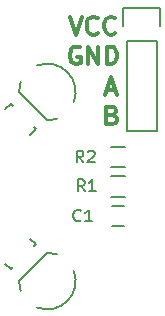
<source format=gbr>
G04 #@! TF.FileFunction,Legend,Top*
%FSLAX46Y46*%
G04 Gerber Fmt 4.6, Leading zero omitted, Abs format (unit mm)*
G04 Created by KiCad (PCBNEW 4.0.4+dfsg1-stable) date Thu Feb  9 13:36:58 2017*
%MOMM*%
%LPD*%
G01*
G04 APERTURE LIST*
%ADD10C,0.100000*%
%ADD11C,0.300000*%
%ADD12C,0.150000*%
G04 APERTURE END LIST*
D10*
D11*
X127757143Y-64725000D02*
X127614286Y-64653571D01*
X127400000Y-64653571D01*
X127185715Y-64725000D01*
X127042857Y-64867857D01*
X126971429Y-65010714D01*
X126900000Y-65296429D01*
X126900000Y-65510714D01*
X126971429Y-65796429D01*
X127042857Y-65939286D01*
X127185715Y-66082143D01*
X127400000Y-66153571D01*
X127542857Y-66153571D01*
X127757143Y-66082143D01*
X127828572Y-66010714D01*
X127828572Y-65510714D01*
X127542857Y-65510714D01*
X128471429Y-66153571D02*
X128471429Y-64653571D01*
X129328572Y-66153571D01*
X129328572Y-64653571D01*
X130042858Y-66153571D02*
X130042858Y-64653571D01*
X130400001Y-64653571D01*
X130614286Y-64725000D01*
X130757144Y-64867857D01*
X130828572Y-65010714D01*
X130900001Y-65296429D01*
X130900001Y-65510714D01*
X130828572Y-65796429D01*
X130757144Y-65939286D01*
X130614286Y-66082143D01*
X130400001Y-66153571D01*
X130042858Y-66153571D01*
X130042857Y-68300000D02*
X130757143Y-68300000D01*
X129900000Y-68728571D02*
X130400000Y-67228571D01*
X130900000Y-68728571D01*
X130507143Y-70442857D02*
X130721429Y-70514286D01*
X130792857Y-70585714D01*
X130864286Y-70728571D01*
X130864286Y-70942857D01*
X130792857Y-71085714D01*
X130721429Y-71157143D01*
X130578571Y-71228571D01*
X130007143Y-71228571D01*
X130007143Y-69728571D01*
X130507143Y-69728571D01*
X130650000Y-69800000D01*
X130721429Y-69871429D01*
X130792857Y-70014286D01*
X130792857Y-70157143D01*
X130721429Y-70300000D01*
X130650000Y-70371429D01*
X130507143Y-70442857D01*
X130007143Y-70442857D01*
X126900000Y-62128571D02*
X127400000Y-63628571D01*
X127900000Y-62128571D01*
X129257143Y-63485714D02*
X129185714Y-63557143D01*
X128971428Y-63628571D01*
X128828571Y-63628571D01*
X128614286Y-63557143D01*
X128471428Y-63414286D01*
X128400000Y-63271429D01*
X128328571Y-62985714D01*
X128328571Y-62771429D01*
X128400000Y-62485714D01*
X128471428Y-62342857D01*
X128614286Y-62200000D01*
X128828571Y-62128571D01*
X128971428Y-62128571D01*
X129185714Y-62200000D01*
X129257143Y-62271429D01*
X130757143Y-63485714D02*
X130685714Y-63557143D01*
X130471428Y-63628571D01*
X130328571Y-63628571D01*
X130114286Y-63557143D01*
X129971428Y-63414286D01*
X129900000Y-63271429D01*
X129828571Y-62985714D01*
X129828571Y-62771429D01*
X129900000Y-62485714D01*
X129971428Y-62342857D01*
X130114286Y-62200000D01*
X130328571Y-62128571D01*
X130471428Y-62128571D01*
X130685714Y-62200000D01*
X130757143Y-62271429D01*
D12*
X131500000Y-78150000D02*
X130500000Y-78150000D01*
X130500000Y-79850000D02*
X131500000Y-79850000D01*
X131730000Y-64190000D02*
X131730000Y-71810000D01*
X134270000Y-64190000D02*
X134270000Y-71810000D01*
X134550000Y-61370000D02*
X134550000Y-62920000D01*
X131730000Y-71810000D02*
X134270000Y-71810000D01*
X134270000Y-64190000D02*
X131730000Y-64190000D01*
X131450000Y-62920000D02*
X131450000Y-61370000D01*
X131450000Y-61370000D02*
X134550000Y-61370000D01*
X131600000Y-77375000D02*
X130400000Y-77375000D01*
X130400000Y-75625000D02*
X131600000Y-75625000D01*
X131600000Y-74875000D02*
X130400000Y-74875000D01*
X130400000Y-73125000D02*
X131600000Y-73125000D01*
X123878434Y-71458856D02*
X123844309Y-71424731D01*
X121403546Y-69975388D02*
X121899256Y-69479678D01*
X121899256Y-69479678D02*
X122075269Y-69655691D01*
X123878434Y-71458856D02*
X124020322Y-71600744D01*
X124020322Y-71600744D02*
X123524612Y-72096454D01*
X122041144Y-83378434D02*
X122075269Y-83344309D01*
X123524612Y-80903546D02*
X124020322Y-81399256D01*
X124020322Y-81399256D02*
X123844309Y-81575269D01*
X122041144Y-83378434D02*
X121899256Y-83520322D01*
X121899256Y-83520322D02*
X121403546Y-83024612D01*
X125841956Y-82248087D02*
G75*
G03X125000000Y-82095837I-841956J-2251913D01*
G01*
X122748087Y-85341956D02*
G75*
G02X122595837Y-84500000I2251913J841956D01*
G01*
X125000000Y-82095837D02*
X122595837Y-84500000D01*
X127247190Y-83657304D02*
G75*
G02X126697056Y-86197056I-2247190J-842696D01*
G01*
X124157304Y-86747190D02*
G75*
G03X126697056Y-86197056I842696J2247190D01*
G01*
X122748087Y-67658044D02*
G75*
G03X122595837Y-68500000I2251913J-841956D01*
G01*
X125841956Y-70751913D02*
G75*
G02X125000000Y-70904163I-841956J2251913D01*
G01*
X122595837Y-68500000D02*
X125000000Y-70904163D01*
X124157304Y-66252810D02*
G75*
G02X126697056Y-66802944I842696J-2247190D01*
G01*
X127247190Y-69342696D02*
G75*
G03X126697056Y-66802944I-2247190J842696D01*
G01*
X127833334Y-79357143D02*
X127785715Y-79404762D01*
X127642858Y-79452381D01*
X127547620Y-79452381D01*
X127404762Y-79404762D01*
X127309524Y-79309524D01*
X127261905Y-79214286D01*
X127214286Y-79023810D01*
X127214286Y-78880952D01*
X127261905Y-78690476D01*
X127309524Y-78595238D01*
X127404762Y-78500000D01*
X127547620Y-78452381D01*
X127642858Y-78452381D01*
X127785715Y-78500000D01*
X127833334Y-78547619D01*
X128785715Y-79452381D02*
X128214286Y-79452381D01*
X128500000Y-79452381D02*
X128500000Y-78452381D01*
X128404762Y-78595238D01*
X128309524Y-78690476D01*
X128214286Y-78738095D01*
X128158334Y-76902381D02*
X127825000Y-76426190D01*
X127586905Y-76902381D02*
X127586905Y-75902381D01*
X127967858Y-75902381D01*
X128063096Y-75950000D01*
X128110715Y-75997619D01*
X128158334Y-76092857D01*
X128158334Y-76235714D01*
X128110715Y-76330952D01*
X128063096Y-76378571D01*
X127967858Y-76426190D01*
X127586905Y-76426190D01*
X129110715Y-76902381D02*
X128539286Y-76902381D01*
X128825000Y-76902381D02*
X128825000Y-75902381D01*
X128729762Y-76045238D01*
X128634524Y-76140476D01*
X128539286Y-76188095D01*
X128058334Y-74452381D02*
X127725000Y-73976190D01*
X127486905Y-74452381D02*
X127486905Y-73452381D01*
X127867858Y-73452381D01*
X127963096Y-73500000D01*
X128010715Y-73547619D01*
X128058334Y-73642857D01*
X128058334Y-73785714D01*
X128010715Y-73880952D01*
X127963096Y-73928571D01*
X127867858Y-73976190D01*
X127486905Y-73976190D01*
X128439286Y-73547619D02*
X128486905Y-73500000D01*
X128582143Y-73452381D01*
X128820239Y-73452381D01*
X128915477Y-73500000D01*
X128963096Y-73547619D01*
X129010715Y-73642857D01*
X129010715Y-73738095D01*
X128963096Y-73880952D01*
X128391667Y-74452381D01*
X129010715Y-74452381D01*
M02*

</source>
